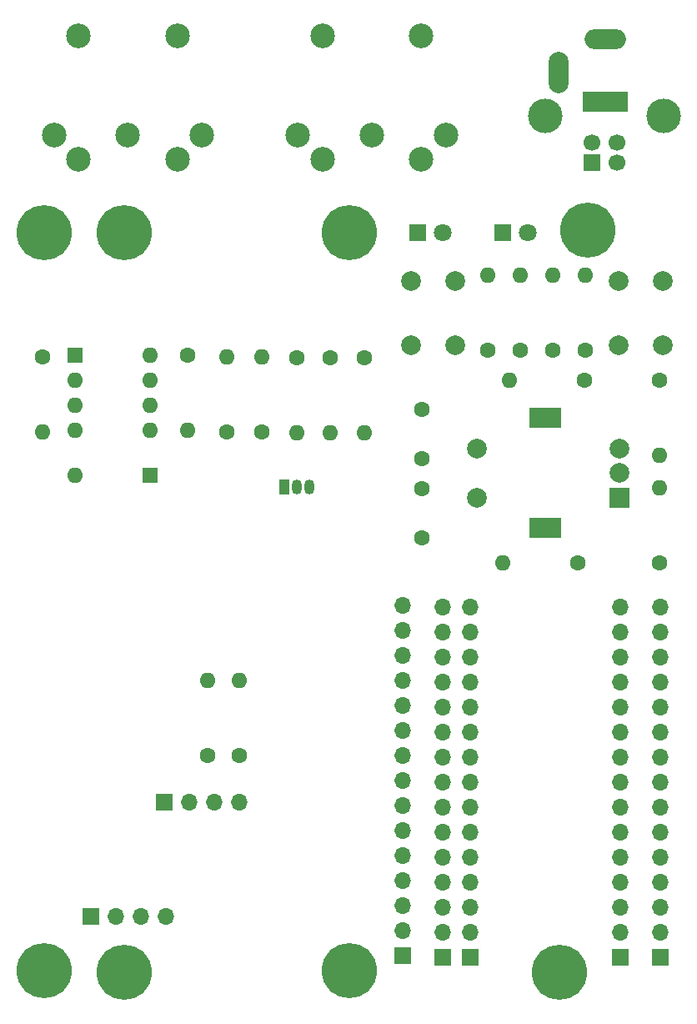
<source format=gbr>
%TF.GenerationSoftware,KiCad,Pcbnew,(6.0.7)*%
%TF.CreationDate,2023-07-03T15:41:19-04:00*%
%TF.ProjectId,ATMega328pb_MIDI_breakout,41544d65-6761-4333-9238-70625f4d4944,rev?*%
%TF.SameCoordinates,Original*%
%TF.FileFunction,Soldermask,Bot*%
%TF.FilePolarity,Negative*%
%FSLAX46Y46*%
G04 Gerber Fmt 4.6, Leading zero omitted, Abs format (unit mm)*
G04 Created by KiCad (PCBNEW (6.0.7)) date 2023-07-03 15:41:19*
%MOMM*%
%LPD*%
G01*
G04 APERTURE LIST*
%ADD10R,1.600000X1.600000*%
%ADD11O,1.600000X1.600000*%
%ADD12R,1.700000X1.700000*%
%ADD13O,1.700000X1.700000*%
%ADD14C,1.600000*%
%ADD15R,1.800000X1.800000*%
%ADD16C,1.800000*%
%ADD17R,4.600000X2.000000*%
%ADD18O,4.200000X2.000000*%
%ADD19O,2.000000X4.200000*%
%ADD20R,1.050000X1.500000*%
%ADD21O,1.050000X1.500000*%
%ADD22C,5.600000*%
%ADD23C,2.500000*%
%ADD24C,2.000000*%
%ADD25R,2.000000X2.000000*%
%ADD26R,3.200000X2.000000*%
%ADD27C,1.700000*%
%ADD28C,3.500000*%
G04 APERTURE END LIST*
D10*
%TO.C,U2*%
X119888000Y-90932000D03*
D11*
X119888000Y-93472000D03*
X119888000Y-96012000D03*
X119888000Y-98552000D03*
X127508000Y-98552000D03*
X127508000Y-96012000D03*
X127508000Y-93472000D03*
X127508000Y-90932000D03*
%TD*%
D10*
%TO.C,D1*%
X127508000Y-103124000D03*
D11*
X119888000Y-103124000D03*
%TD*%
D12*
%TO.C,J4*%
X128905000Y-136271000D03*
D13*
X131445000Y-136271000D03*
X133985000Y-136271000D03*
X136525000Y-136271000D03*
%TD*%
D14*
%TO.C,R10*%
X179197000Y-93472000D03*
D11*
X179197000Y-101092000D03*
%TD*%
D12*
%TO.C,J8*%
X121463000Y-147916000D03*
D13*
X124003000Y-147916000D03*
X126543000Y-147916000D03*
X129083000Y-147916000D03*
%TD*%
D15*
%TO.C,D2*%
X163322000Y-78486000D03*
D16*
X165862000Y-78486000D03*
%TD*%
D17*
%TO.C,J7*%
X173736000Y-65151000D03*
D18*
X173736000Y-58851000D03*
D19*
X168936000Y-62251000D03*
%TD*%
D20*
%TO.C,Q1*%
X141097000Y-104267000D03*
D21*
X142367000Y-104267000D03*
X143637000Y-104267000D03*
%TD*%
D12*
%TO.C,J5*%
X179324000Y-152019000D03*
D13*
X179324000Y-149479000D03*
X179324000Y-146939000D03*
X179324000Y-144399000D03*
X179324000Y-141859000D03*
X179324000Y-139319000D03*
X179324000Y-136779000D03*
X179324000Y-134239000D03*
X179324000Y-131699000D03*
X179324000Y-129159000D03*
X179324000Y-126619000D03*
X179324000Y-124079000D03*
X179324000Y-121539000D03*
X179324000Y-118999000D03*
X179324000Y-116459000D03*
%TD*%
D14*
%TO.C,R6*%
X135255000Y-98679000D03*
D11*
X135255000Y-91059000D03*
%TD*%
D14*
%TO.C,R7*%
X171577000Y-93472000D03*
D11*
X163957000Y-93472000D03*
%TD*%
D22*
%TO.C,H4*%
X171958000Y-78232000D03*
%TD*%
D14*
%TO.C,R1*%
X145796000Y-91186000D03*
D11*
X145796000Y-98806000D03*
%TD*%
D23*
%TO.C,J3*%
X117722000Y-68532000D03*
X125222000Y-68532000D03*
X132722000Y-68532000D03*
X120222000Y-71032000D03*
X130222000Y-71032000D03*
X120222000Y-58532000D03*
X130222000Y-58532000D03*
%TD*%
D14*
%TO.C,R17*%
X165100000Y-90424000D03*
D11*
X165100000Y-82804000D03*
%TD*%
D14*
%TO.C,R4*%
X138811000Y-98679000D03*
D11*
X138811000Y-91059000D03*
%TD*%
D14*
%TO.C,R9*%
X179197000Y-112014000D03*
D11*
X179197000Y-104394000D03*
%TD*%
D22*
%TO.C,H6*%
X147701000Y-153416000D03*
%TD*%
%TO.C,H8*%
X147701000Y-78486000D03*
%TD*%
D14*
%TO.C,R3*%
X149225000Y-91186000D03*
D11*
X149225000Y-98806000D03*
%TD*%
D14*
%TO.C,R11*%
X171704000Y-90424000D03*
D11*
X171704000Y-82804000D03*
%TD*%
D14*
%TO.C,R5*%
X116586000Y-91059000D03*
D11*
X116586000Y-98679000D03*
%TD*%
D22*
%TO.C,H1*%
X169037000Y-153543000D03*
%TD*%
D24*
%TO.C,SW3*%
X175042000Y-83364000D03*
X175042000Y-89864000D03*
X179542000Y-89864000D03*
X179542000Y-83364000D03*
%TD*%
D15*
%TO.C,D3*%
X154681000Y-78486000D03*
D16*
X157221000Y-78486000D03*
%TD*%
D14*
%TO.C,C1*%
X155067000Y-96433000D03*
X155067000Y-101433000D03*
%TD*%
%TO.C,C2*%
X155067000Y-109474000D03*
X155067000Y-104474000D03*
%TD*%
%TO.C,R2*%
X142367000Y-91186000D03*
D11*
X142367000Y-98806000D03*
%TD*%
D12*
%TO.C,J9*%
X160020000Y-152019000D03*
D13*
X160020000Y-149479000D03*
X160020000Y-146939000D03*
X160020000Y-144399000D03*
X160020000Y-141859000D03*
X160020000Y-139319000D03*
X160020000Y-136779000D03*
X160020000Y-134239000D03*
X160020000Y-131699000D03*
X160020000Y-129159000D03*
X160020000Y-126619000D03*
X160020000Y-124079000D03*
X160020000Y-121539000D03*
X160020000Y-118999000D03*
X160020000Y-116459000D03*
%TD*%
D22*
%TO.C,H7*%
X116713000Y-153416000D03*
%TD*%
D23*
%TO.C,J2*%
X142487000Y-68532000D03*
X149987000Y-68532000D03*
X157487000Y-68532000D03*
X144987000Y-71032000D03*
X154987000Y-71032000D03*
X154987000Y-58532000D03*
X144987000Y-58532000D03*
%TD*%
D22*
%TO.C,H5*%
X116713000Y-78486000D03*
%TD*%
%TO.C,H3*%
X124841000Y-78486000D03*
%TD*%
D14*
%TO.C,R16*%
X168402000Y-90424000D03*
D11*
X168402000Y-82804000D03*
%TD*%
D14*
%TO.C,R13*%
X133350000Y-131572000D03*
D11*
X133350000Y-123952000D03*
%TD*%
D14*
%TO.C,R12*%
X161798000Y-90424000D03*
D11*
X161798000Y-82804000D03*
%TD*%
D24*
%TO.C,SW2*%
X153960000Y-83364000D03*
X153960000Y-89864000D03*
X158460000Y-83364000D03*
X158460000Y-89864000D03*
%TD*%
D25*
%TO.C,SW1*%
X175133000Y-105370000D03*
D24*
X175133000Y-100370000D03*
X175133000Y-102870000D03*
D26*
X167633000Y-97270000D03*
X167633000Y-108470000D03*
D24*
X160633000Y-100370000D03*
X160633000Y-105370000D03*
%TD*%
D14*
%TO.C,R15*%
X131318000Y-90932000D03*
D11*
X131318000Y-98552000D03*
%TD*%
D14*
%TO.C,R14*%
X136525000Y-131572000D03*
D11*
X136525000Y-123952000D03*
%TD*%
D12*
%TO.C,J1*%
X172339000Y-71342000D03*
D27*
X174839000Y-71342000D03*
X174839000Y-69342000D03*
X172339000Y-69342000D03*
D28*
X167569000Y-66632000D03*
X179609000Y-66632000D03*
%TD*%
D22*
%TO.C,H2*%
X124841000Y-153543000D03*
%TD*%
D14*
%TO.C,R8*%
X170942000Y-112014000D03*
D11*
X163322000Y-112014000D03*
%TD*%
D12*
%TO.C,U1*%
X175187300Y-152019000D03*
D13*
X175187300Y-149479000D03*
X175187300Y-146939000D03*
X175187300Y-144399000D03*
X175187300Y-141859000D03*
X175187300Y-139319000D03*
X175187300Y-136779000D03*
X175187300Y-134239000D03*
X175187300Y-131699000D03*
X175187300Y-129159000D03*
X175187300Y-126619000D03*
X175187300Y-124079000D03*
X175187300Y-121539000D03*
X175187300Y-118999000D03*
X175187300Y-116459000D03*
X157226000Y-116459000D03*
X157226000Y-118999000D03*
X157226000Y-121539000D03*
X157226000Y-124079000D03*
X157226000Y-126619000D03*
X157226000Y-129159000D03*
X157226000Y-131699000D03*
X157226000Y-134239000D03*
X157226000Y-136779000D03*
X157226000Y-139319000D03*
X157226000Y-141859000D03*
X157226000Y-144399000D03*
X157226000Y-146939000D03*
X157226000Y-149479000D03*
D12*
X157226000Y-152019000D03*
%TD*%
%TO.C,J6*%
X153162000Y-151892000D03*
D13*
X153162000Y-149352000D03*
X153162000Y-146812000D03*
X153162000Y-144272000D03*
X153162000Y-141732000D03*
X153162000Y-139192000D03*
X153162000Y-136652000D03*
X153162000Y-134112000D03*
X153162000Y-131572000D03*
X153162000Y-129032000D03*
X153162000Y-126492000D03*
X153162000Y-123952000D03*
X153162000Y-121412000D03*
X153162000Y-118872000D03*
X153162000Y-116332000D03*
%TD*%
M02*

</source>
